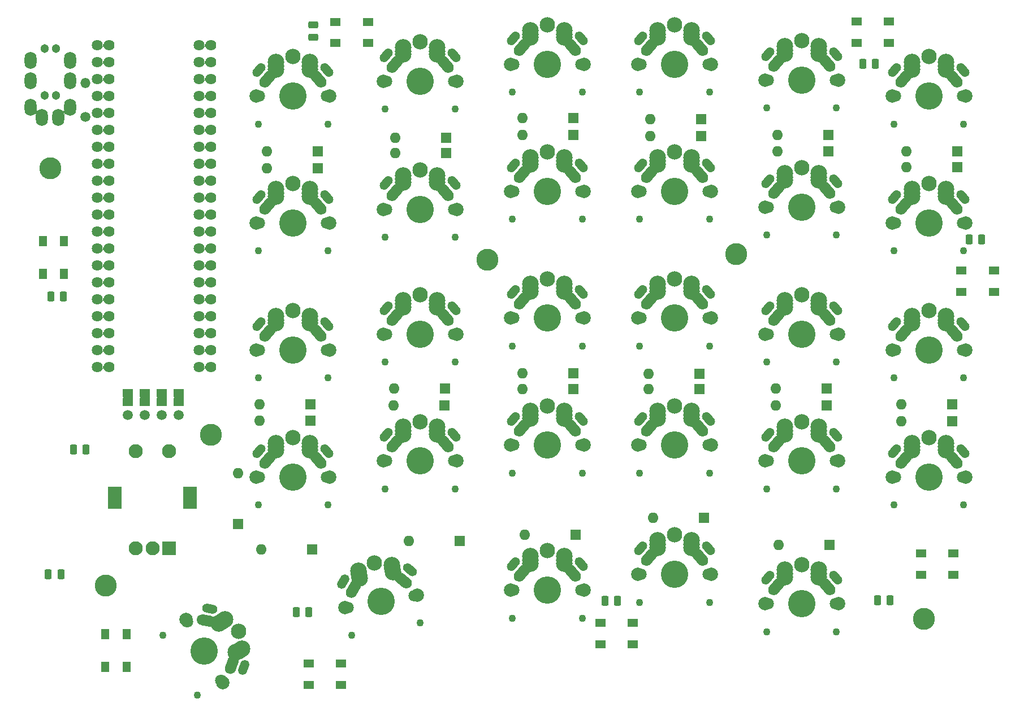
<source format=gbr>
G04 #@! TF.GenerationSoftware,KiCad,Pcbnew,5.99.0-unknown-4920692bcd~125~ubuntu20.04.1*
G04 #@! TF.CreationDate,2021-04-21T16:02:25+01:00*
G04 #@! TF.ProjectId,grandiceps-rev2,6772616e-6469-4636-9570-732d72657632,rev?*
G04 #@! TF.SameCoordinates,Original*
G04 #@! TF.FileFunction,Soldermask,Bot*
G04 #@! TF.FilePolarity,Negative*
%FSLAX46Y46*%
G04 Gerber Fmt 4.6, Leading zero omitted, Abs format (unit mm)*
G04 Created by KiCad (PCBNEW 5.99.0-unknown-4920692bcd~125~ubuntu20.04.1) date 2021-04-21 16:02:25*
%MOMM*%
%LPD*%
G01*
G04 APERTURE LIST*
G04 Aperture macros list*
%AMRoundRect*
0 Rectangle with rounded corners*
0 $1 Rounding radius*
0 $2 $3 $4 $5 $6 $7 $8 $9 X,Y pos of 4 corners*
0 Add a 4 corners polygon primitive as box body*
4,1,4,$2,$3,$4,$5,$6,$7,$8,$9,$2,$3,0*
0 Add four circle primitives for the rounded corners*
1,1,$1+$1,$2,$3*
1,1,$1+$1,$4,$5*
1,1,$1+$1,$6,$7*
1,1,$1+$1,$8,$9*
0 Add four rect primitives between the rounded corners*
20,1,$1+$1,$2,$3,$4,$5,0*
20,1,$1+$1,$4,$5,$6,$7,0*
20,1,$1+$1,$6,$7,$8,$9,0*
20,1,$1+$1,$8,$9,$2,$3,0*%
%AMHorizOval*
0 Thick line with rounded ends*
0 $1 width*
0 $2 $3 position (X,Y) of the first rounded end (center of the circle)*
0 $4 $5 position (X,Y) of the second rounded end (center of the circle)*
0 Add line between two ends*
20,1,$1,$2,$3,$4,$5,0*
0 Add two circle primitives to create the rounded ends*
1,1,$1,$2,$3*
1,1,$1,$4,$5*%
G04 Aperture macros list end*
%ADD10C,1.626000*%
%ADD11C,1.502000*%
%ADD12O,1.502000X1.502000*%
%ADD13C,1.499000*%
%ADD14RoundRect,0.269250X0.269250X0.481750X-0.269250X0.481750X-0.269250X-0.481750X0.269250X-0.481750X0*%
%ADD15RoundRect,0.269250X0.481750X-0.269250X0.481750X0.269250X-0.481750X0.269250X-0.481750X-0.269250X0*%
%ADD16RoundRect,0.051000X0.750000X0.750000X-0.750000X0.750000X-0.750000X-0.750000X0.750000X-0.750000X0*%
%ADD17O,1.602000X1.602000*%
%ADD18RoundRect,0.051000X0.750000X-0.750000X0.750000X0.750000X-0.750000X0.750000X-0.750000X-0.750000X0*%
%ADD19RoundRect,0.051000X0.500000X-0.750000X0.500000X0.750000X-0.500000X0.750000X-0.500000X-0.750000X0*%
%ADD20RoundRect,0.051000X0.750000X0.500000X-0.750000X0.500000X-0.750000X-0.500000X0.750000X-0.500000X0*%
%ADD21RoundRect,0.051000X-0.750000X-0.500000X0.750000X-0.500000X0.750000X0.500000X-0.750000X0.500000X0*%
%ADD22C,3.302000*%
%ADD23C,1.102000*%
%ADD24C,2.002000*%
%ADD25C,1.802000*%
%ADD26C,4.102000*%
%ADD27HorizOval,1.352000X-0.305324X-0.363871X0.305324X0.363871X0*%
%ADD28HorizOval,1.652000X-0.401742X0.478778X0.401742X-0.478778X0*%
%ADD29HorizOval,1.352000X-0.305324X0.363871X0.305324X-0.363871X0*%
%ADD30C,2.502000*%
%ADD31HorizOval,1.652000X-0.401742X-0.478778X0.401742X0.478778X0*%
%ADD32C,2.302000*%
%ADD33RoundRect,0.051000X1.000000X-1.000000X1.000000X1.000000X-1.000000X1.000000X-1.000000X-1.000000X0*%
%ADD34C,2.102000*%
%ADD35RoundRect,0.051000X1.000000X-1.600000X1.000000X1.600000X-1.000000X1.600000X-1.000000X-1.600000X0*%
%ADD36HorizOval,1.652000X0.213763X0.587308X-0.213763X-0.587308X0*%
%ADD37HorizOval,1.352000X0.162460X0.446354X-0.162460X-0.446354X0*%
%ADD38HorizOval,1.352000X-0.467784X0.082483X0.467784X-0.082483X0*%
%ADD39HorizOval,1.652000X-0.615505X0.108530X0.615505X-0.108530X0*%
%ADD40HorizOval,1.352000X-0.363871X0.305324X0.363871X-0.305324X0*%
%ADD41HorizOval,1.352000X-0.237500X-0.411362X0.237500X0.411362X0*%
%ADD42HorizOval,1.652000X-0.478778X0.401742X0.478778X-0.401742X0*%
%ADD43HorizOval,1.652000X-0.312500X-0.541266X0.312500X0.541266X0*%
%ADD44C,1.302000*%
%ADD45O,1.802000X2.602000*%
%ADD46RoundRect,0.051000X-0.750000X0.500000X-0.750000X-0.500000X0.750000X-0.500000X0.750000X0.500000X0*%
G04 APERTURE END LIST*
D10*
X100813000Y-47167800D03*
X117831000Y-47167800D03*
X117831000Y-49707800D03*
X100813000Y-49707800D03*
X100813000Y-52247800D03*
X117831000Y-52247800D03*
X100813000Y-54787800D03*
X117831000Y-54787800D03*
X117831000Y-57327800D03*
X100813000Y-57327800D03*
X117831000Y-59867800D03*
X100813000Y-59867800D03*
X117831000Y-62407800D03*
X100813000Y-62407800D03*
X117831000Y-64947800D03*
X100813000Y-64947800D03*
X117831000Y-67487800D03*
X100813000Y-67487800D03*
X117831000Y-70027800D03*
X100813000Y-70027800D03*
X100813000Y-72567800D03*
X117831000Y-72567800D03*
X100813000Y-75107800D03*
X117831000Y-75107800D03*
X117831000Y-77647800D03*
X100813000Y-77647800D03*
X100813000Y-80187800D03*
X117831000Y-80187800D03*
X100813000Y-82727800D03*
X117831000Y-82727800D03*
X117831000Y-85267800D03*
X100813000Y-85267800D03*
X117831000Y-87807800D03*
X100813000Y-87807800D03*
X117831000Y-90347800D03*
X100813000Y-90347800D03*
X100813000Y-92887800D03*
X117831000Y-92887800D03*
X100813000Y-95427800D03*
X117831000Y-95427800D03*
X116053000Y-95427800D03*
X102591000Y-95427800D03*
X116053000Y-92887800D03*
X102591000Y-92887800D03*
X102591000Y-90347800D03*
X116053000Y-90347800D03*
X116053000Y-87807800D03*
X102591000Y-87807800D03*
X116053000Y-85267800D03*
X102591000Y-85267800D03*
X102591000Y-82727800D03*
X116053000Y-82727800D03*
X102591000Y-80187800D03*
X116053000Y-80187800D03*
X102591000Y-77647800D03*
X116053000Y-77647800D03*
X116053000Y-75107800D03*
X102591000Y-75107800D03*
X102591000Y-72567800D03*
X116053000Y-72567800D03*
X116053000Y-70027800D03*
X102591000Y-70027800D03*
X102591000Y-67487800D03*
X116053000Y-67487800D03*
X116053000Y-64947800D03*
X102591000Y-64947800D03*
X102591000Y-62407800D03*
X116053000Y-62407800D03*
X102591000Y-59867800D03*
X116053000Y-59867800D03*
X116053000Y-57327800D03*
X102591000Y-57327800D03*
X102591000Y-54787800D03*
X116053000Y-54787800D03*
X102591000Y-52247800D03*
X116053000Y-52247800D03*
X116053000Y-49707800D03*
X102591000Y-49707800D03*
X116053000Y-47167800D03*
X102591000Y-47167800D03*
D11*
X99060000Y-57861200D03*
D12*
X99060000Y-52781200D03*
D13*
X105335000Y-102616000D03*
X107875000Y-102616000D03*
X110415000Y-102616000D03*
X112955000Y-102616000D03*
D14*
X132486500Y-132131000D03*
X130611500Y-132131000D03*
X99081100Y-107747000D03*
X97206100Y-107747000D03*
X178712500Y-130455000D03*
X176837500Y-130455000D03*
D15*
X133121400Y-45948600D03*
X133121400Y-44073600D03*
D14*
X95758000Y-84836000D03*
X93883000Y-84836000D03*
X219476500Y-130353000D03*
X217601500Y-130353000D03*
D16*
X229591000Y-63042800D03*
D17*
X221971000Y-63042800D03*
D16*
X210287000Y-60629800D03*
D17*
X202667000Y-60629800D03*
D16*
X191237000Y-58216800D03*
D17*
X183617000Y-58216800D03*
D16*
X172060000Y-58089800D03*
D17*
X164440000Y-58089800D03*
D16*
X153010000Y-61010800D03*
D17*
X145390000Y-61010800D03*
D16*
X155042000Y-121463000D03*
D17*
X147422000Y-121463000D03*
D16*
X132944000Y-122733000D03*
D17*
X125324000Y-122733000D03*
D18*
X121895000Y-118923000D03*
D17*
X121895000Y-111303000D03*
D19*
X95834000Y-81444000D03*
X92634000Y-81444000D03*
X92634000Y-76544000D03*
X95834000Y-76544000D03*
D16*
X229591000Y-65455800D03*
D17*
X221971000Y-65455800D03*
D19*
X105219300Y-140375900D03*
X102019300Y-140375900D03*
X102019300Y-135475900D03*
X105219300Y-135475900D03*
D16*
X210287000Y-63042800D03*
D17*
X202667000Y-63042800D03*
D16*
X191237000Y-60756800D03*
D17*
X183617000Y-60756800D03*
D16*
X172060000Y-60629800D03*
D17*
X164440000Y-60629800D03*
D16*
X153010000Y-63296800D03*
D17*
X145390000Y-63296800D03*
D16*
X133833000Y-65582800D03*
D17*
X126213000Y-65582800D03*
D16*
X228829000Y-101016000D03*
D17*
X221209000Y-101016000D03*
D16*
X210033000Y-98602800D03*
D17*
X202413000Y-98602800D03*
D16*
X190983000Y-96443800D03*
D17*
X183363000Y-96443800D03*
D16*
X172060000Y-96316800D03*
D17*
X164440000Y-96316800D03*
D16*
X152883000Y-98602800D03*
D17*
X145263000Y-98602800D03*
D16*
X132690000Y-101016000D03*
D17*
X125070000Y-101016000D03*
D20*
X137325100Y-139885100D03*
X137325100Y-143085100D03*
X132425100Y-143085100D03*
X132425100Y-139885100D03*
X181013300Y-133789600D03*
X181013300Y-136989600D03*
X176113300Y-136989600D03*
X176113300Y-133789600D03*
D16*
X228829000Y-103556000D03*
D17*
X221209000Y-103556000D03*
D16*
X210033000Y-101143000D03*
D17*
X202413000Y-101143000D03*
D16*
X190983000Y-98729800D03*
D17*
X183363000Y-98729800D03*
D16*
X172060000Y-98729800D03*
D17*
X164440000Y-98729800D03*
D16*
X152756000Y-101143000D03*
D17*
X145136000Y-101143000D03*
D16*
X132690000Y-103429000D03*
D17*
X125070000Y-103429000D03*
D16*
X210414000Y-122098000D03*
D17*
X202794000Y-122098000D03*
D16*
X191618000Y-118034000D03*
D17*
X183998000Y-118034000D03*
D16*
X172441000Y-120574000D03*
D17*
X164821000Y-120574000D03*
D20*
X219365600Y-43612900D03*
X219365600Y-46812900D03*
X214465600Y-46812900D03*
X214465600Y-43612900D03*
D21*
X136463800Y-46831000D03*
X136463800Y-43631000D03*
X141363800Y-43631000D03*
X141363800Y-46831000D03*
D22*
X196444000Y-78486000D03*
X117831000Y-105537000D03*
X102083000Y-128194000D03*
X224561000Y-133198000D03*
X159258000Y-79349600D03*
X93776600Y-65608200D03*
D14*
X95347000Y-126492000D03*
X93472000Y-126492000D03*
D20*
X235104200Y-80951400D03*
X235104200Y-84151400D03*
X230204200Y-84151400D03*
X230204200Y-80951400D03*
D23*
X230533000Y-77997800D03*
D24*
X219813000Y-73797800D03*
X230813000Y-73797800D03*
D25*
X230393000Y-73797800D03*
D23*
X220093000Y-77997800D03*
D25*
X220233000Y-73797800D03*
D26*
X225313000Y-73797800D03*
D27*
X220213000Y-69897800D03*
D28*
X229123000Y-71257800D03*
D29*
X230413000Y-69897800D03*
D30*
X227853000Y-69797800D03*
X227853000Y-68717800D03*
X227853000Y-69297800D03*
D31*
X221503000Y-71257800D03*
D30*
X222773000Y-69297800D03*
X222773000Y-69797800D03*
D32*
X225313000Y-67897800D03*
D30*
X222773000Y-68717800D03*
D25*
X211353000Y-52377800D03*
D23*
X211493000Y-56577800D03*
D24*
X200773000Y-52377800D03*
D25*
X201193000Y-52377800D03*
D24*
X211773000Y-52377800D03*
D26*
X206273000Y-52377800D03*
D23*
X201053000Y-56577800D03*
D29*
X211373000Y-48477800D03*
D30*
X208813000Y-48377800D03*
D28*
X210083000Y-49837800D03*
D30*
X208813000Y-47877800D03*
D27*
X201173000Y-48477800D03*
D30*
X208813000Y-47297800D03*
X203733000Y-47877800D03*
X203733000Y-48377800D03*
D32*
X206273000Y-46477800D03*
D31*
X202463000Y-49837800D03*
D30*
X203733000Y-47297800D03*
D24*
X143653000Y-109498000D03*
X154653000Y-109498000D03*
D23*
X154373000Y-113698000D03*
D25*
X154233000Y-109498000D03*
D23*
X143933000Y-113698000D03*
D26*
X149153000Y-109498000D03*
D25*
X144073000Y-109498000D03*
D27*
X144053000Y-105598000D03*
D28*
X152963000Y-106958000D03*
D29*
X154253000Y-105598000D03*
D30*
X151693000Y-104998000D03*
X151693000Y-104418000D03*
X151693000Y-105498000D03*
D31*
X145343000Y-106958000D03*
D30*
X146613000Y-105498000D03*
X146613000Y-104418000D03*
X146613000Y-104998000D03*
D32*
X149153000Y-103598000D03*
D24*
X135613000Y-111878000D03*
D25*
X125033000Y-111878000D03*
D23*
X135333000Y-116078000D03*
D25*
X135193000Y-111878000D03*
D24*
X124613000Y-111878000D03*
D26*
X130113000Y-111878000D03*
D23*
X124893000Y-116078000D03*
D28*
X133923000Y-109338000D03*
D30*
X132653000Y-107378000D03*
D29*
X135213000Y-107978000D03*
D30*
X132653000Y-106798000D03*
X132653000Y-107878000D03*
D27*
X125013000Y-107978000D03*
D30*
X127573000Y-107878000D03*
D32*
X130113000Y-105978000D03*
D30*
X127573000Y-107378000D03*
D31*
X126303000Y-109338000D03*
D30*
X127573000Y-106798000D03*
D23*
X162973000Y-111318000D03*
D24*
X162693000Y-107118000D03*
D26*
X168193000Y-107118000D03*
D23*
X173413000Y-111318000D03*
D24*
X173693000Y-107118000D03*
D25*
X163113000Y-107118000D03*
X173273000Y-107118000D03*
D29*
X173293000Y-103218000D03*
D27*
X163093000Y-103218000D03*
D30*
X170733000Y-102618000D03*
D28*
X172003000Y-104578000D03*
D30*
X170733000Y-103118000D03*
X170733000Y-102038000D03*
X165653000Y-103118000D03*
D31*
X164383000Y-104578000D03*
D30*
X165653000Y-102038000D03*
D32*
X168193000Y-101218000D03*
D30*
X165653000Y-102618000D03*
D25*
X125033000Y-54757800D03*
D23*
X124893000Y-58957800D03*
D24*
X124613000Y-54757800D03*
X135613000Y-54757800D03*
D23*
X135333000Y-58957800D03*
D26*
X130113000Y-54757800D03*
D25*
X135193000Y-54757800D03*
D29*
X135213000Y-50857800D03*
D30*
X132653000Y-50257800D03*
X132653000Y-49677800D03*
X132653000Y-50757800D03*
D27*
X125013000Y-50857800D03*
D28*
X133923000Y-52217800D03*
D30*
X127573000Y-50257800D03*
X127573000Y-49677800D03*
X127573000Y-50757800D03*
D31*
X126303000Y-52217800D03*
D32*
X130113000Y-48857800D03*
D23*
X201053000Y-135118000D03*
D24*
X211773000Y-130918000D03*
D26*
X206273000Y-130918000D03*
D24*
X200773000Y-130918000D03*
D25*
X201193000Y-130918000D03*
D23*
X211493000Y-135118000D03*
D25*
X211353000Y-130918000D03*
D30*
X208813000Y-126418000D03*
X208813000Y-125838000D03*
D29*
X211373000Y-127018000D03*
D27*
X201173000Y-127018000D03*
D28*
X210083000Y-128378000D03*
D30*
X208813000Y-126918000D03*
X203733000Y-125838000D03*
X203733000Y-126418000D03*
D31*
X202463000Y-128378000D03*
D30*
X203733000Y-126918000D03*
D32*
X206273000Y-125018000D03*
D33*
X111557000Y-122555000D03*
D34*
X106557000Y-122555000D03*
X109057000Y-122555000D03*
D35*
X103457000Y-115055000D03*
X114657000Y-115055000D03*
D34*
X106557000Y-108055000D03*
X111557000Y-108055000D03*
D25*
X144073000Y-52537800D03*
D26*
X149153000Y-52537800D03*
D23*
X143933000Y-56737800D03*
D24*
X143653000Y-52537800D03*
X154653000Y-52537800D03*
D23*
X154373000Y-56737800D03*
D25*
X154233000Y-52537800D03*
D30*
X151693000Y-48537800D03*
D29*
X154253000Y-48637800D03*
D30*
X151693000Y-47457800D03*
D28*
X152963000Y-49997800D03*
D30*
X151693000Y-48037800D03*
D27*
X144053000Y-48637800D03*
D30*
X146613000Y-48537800D03*
D31*
X145343000Y-49997800D03*
D30*
X146613000Y-47457800D03*
X146613000Y-48037800D03*
D32*
X149153000Y-46637800D03*
D23*
X182013000Y-111318000D03*
D25*
X192313000Y-107118000D03*
D23*
X192453000Y-111318000D03*
D24*
X192733000Y-107118000D03*
D26*
X187233000Y-107118000D03*
D25*
X182153000Y-107118000D03*
D24*
X181733000Y-107118000D03*
D30*
X189773000Y-103118000D03*
D28*
X191043000Y-104578000D03*
D30*
X189773000Y-102038000D03*
X189773000Y-102618000D03*
D29*
X192333000Y-103218000D03*
D27*
X182133000Y-103218000D03*
D30*
X184693000Y-103118000D03*
D31*
X183423000Y-104578000D03*
D32*
X187233000Y-101218000D03*
D30*
X184693000Y-102618000D03*
X184693000Y-102038000D03*
D23*
X135333000Y-77997800D03*
D24*
X124613000Y-73797800D03*
D23*
X124893000Y-77997800D03*
D25*
X135193000Y-73797800D03*
D26*
X130113000Y-73797800D03*
D24*
X135613000Y-73797800D03*
D25*
X125033000Y-73797800D03*
D30*
X132653000Y-69797800D03*
D28*
X133923000Y-71257800D03*
D27*
X125013000Y-69897800D03*
D30*
X132653000Y-68717800D03*
D29*
X135213000Y-69897800D03*
D30*
X132653000Y-69297800D03*
X127573000Y-69797800D03*
D31*
X126303000Y-71257800D03*
D30*
X127573000Y-69297800D03*
X127573000Y-68717800D03*
D32*
X130113000Y-67897800D03*
D23*
X162973000Y-133058000D03*
D25*
X173273000Y-128858000D03*
D24*
X162693000Y-128858000D03*
D25*
X163113000Y-128858000D03*
D24*
X173693000Y-128858000D03*
D23*
X173413000Y-133058000D03*
D26*
X168193000Y-128858000D03*
D28*
X172003000Y-126318000D03*
D30*
X170733000Y-124358000D03*
D29*
X173293000Y-124958000D03*
D30*
X170733000Y-123778000D03*
X170733000Y-124858000D03*
D27*
X163093000Y-124958000D03*
D31*
X164383000Y-126318000D03*
D32*
X168193000Y-122958000D03*
D30*
X165653000Y-123778000D03*
X165653000Y-124358000D03*
X165653000Y-124858000D03*
D24*
X114090000Y-133234860D03*
D23*
X110592693Y-135577347D03*
D25*
X114300000Y-133598591D03*
X119380000Y-142397409D03*
D24*
X119590000Y-142761140D03*
D23*
X115812693Y-144618653D03*
D26*
X116840000Y-137998000D03*
D36*
X120944705Y-140027557D03*
D30*
X122509409Y-137657705D03*
X121574102Y-138197705D03*
D37*
X122767499Y-140464730D03*
D38*
X117667499Y-131631270D03*
D30*
X122007114Y-137947705D03*
X119467114Y-133548295D03*
X119034102Y-133798295D03*
D32*
X121949550Y-135048000D03*
D39*
X117134705Y-133428443D03*
D30*
X119969409Y-133258295D03*
D23*
X138895626Y-135598636D03*
D26*
X143307000Y-130556000D03*
D23*
X149177019Y-133785749D03*
D24*
X137890557Y-131511065D03*
D25*
X148309823Y-129673867D03*
D24*
X148723443Y-129600935D03*
D25*
X138304177Y-131438133D03*
D40*
X147652292Y-125829644D03*
D30*
X144926279Y-125112110D03*
D41*
X137607253Y-127600855D03*
D42*
X146618051Y-127392989D03*
D30*
X145113819Y-126175703D03*
X145026995Y-125683299D03*
X140024172Y-126565431D03*
X139923456Y-125994243D03*
D43*
X139113816Y-128716188D03*
D32*
X142282476Y-124745634D03*
D30*
X140110996Y-127057835D03*
D25*
X230393000Y-92837800D03*
D23*
X220093000Y-97037800D03*
X230533000Y-97037800D03*
D24*
X230813000Y-92837800D03*
D26*
X225313000Y-92837800D03*
D25*
X220233000Y-92837800D03*
D24*
X219813000Y-92837800D03*
D30*
X227853000Y-88837800D03*
X227853000Y-88337800D03*
D27*
X220213000Y-88937800D03*
D30*
X227853000Y-87757800D03*
D29*
X230413000Y-88937800D03*
D28*
X229123000Y-90297800D03*
D31*
X221503000Y-90297800D03*
D32*
X225313000Y-86937800D03*
D30*
X222773000Y-88837800D03*
X222773000Y-88337800D03*
X222773000Y-87757800D03*
D23*
X143933000Y-94657800D03*
D25*
X144073000Y-90457800D03*
D24*
X154653000Y-90457800D03*
X143653000Y-90457800D03*
D26*
X149153000Y-90457800D03*
D23*
X154373000Y-94657800D03*
D25*
X154233000Y-90457800D03*
D27*
X144053000Y-86557800D03*
D30*
X151693000Y-85377800D03*
D28*
X152963000Y-87917800D03*
D29*
X154253000Y-86557800D03*
D30*
X151693000Y-86457800D03*
X151693000Y-85957800D03*
D32*
X149153000Y-84557800D03*
D30*
X146613000Y-85377800D03*
X146613000Y-86457800D03*
X146613000Y-85957800D03*
D31*
X145343000Y-87917800D03*
D26*
X168193000Y-69037800D03*
D25*
X163113000Y-69037800D03*
D23*
X173413000Y-73237800D03*
D24*
X162693000Y-69037800D03*
D23*
X162973000Y-73237800D03*
D25*
X173273000Y-69037800D03*
D24*
X173693000Y-69037800D03*
D30*
X170733000Y-63957800D03*
D27*
X163093000Y-65137800D03*
D30*
X170733000Y-65037800D03*
D28*
X172003000Y-66497800D03*
D29*
X173293000Y-65137800D03*
D30*
X170733000Y-64537800D03*
D31*
X164383000Y-66497800D03*
D30*
X165653000Y-65037800D03*
D32*
X168193000Y-63137800D03*
D30*
X165653000Y-63957800D03*
X165653000Y-64537800D03*
D24*
X211773000Y-109498000D03*
D25*
X211353000Y-109498000D03*
D24*
X200773000Y-109498000D03*
D26*
X206273000Y-109498000D03*
D23*
X201053000Y-113698000D03*
X211493000Y-113698000D03*
D25*
X201193000Y-109498000D03*
D28*
X210083000Y-106958000D03*
D29*
X211373000Y-105598000D03*
D30*
X208813000Y-105498000D03*
X208813000Y-104998000D03*
X208813000Y-104418000D03*
D27*
X201173000Y-105598000D03*
D30*
X203733000Y-104998000D03*
X203733000Y-104418000D03*
D31*
X202463000Y-106958000D03*
D32*
X206273000Y-103598000D03*
D30*
X203733000Y-105498000D03*
D25*
X173273000Y-88077800D03*
D24*
X173693000Y-88077800D03*
D26*
X168193000Y-88077800D03*
D25*
X163113000Y-88077800D03*
D23*
X162973000Y-92277800D03*
D24*
X162693000Y-88077800D03*
D23*
X173413000Y-92277800D03*
D30*
X170733000Y-82997800D03*
X170733000Y-84077800D03*
X170733000Y-83577800D03*
D29*
X173293000Y-84177800D03*
D27*
X163093000Y-84177800D03*
D28*
X172003000Y-85537800D03*
D30*
X165653000Y-83577800D03*
D32*
X168193000Y-82177800D03*
D30*
X165653000Y-82997800D03*
X165653000Y-84077800D03*
D31*
X164383000Y-85537800D03*
D25*
X154233000Y-71737800D03*
X144073000Y-71737800D03*
D24*
X143653000Y-71737800D03*
D23*
X143933000Y-75937800D03*
D24*
X154653000Y-71737800D03*
D26*
X149153000Y-71737800D03*
D23*
X154373000Y-75937800D03*
D28*
X152963000Y-69197800D03*
D27*
X144053000Y-67837800D03*
D30*
X151693000Y-66657800D03*
D29*
X154253000Y-67837800D03*
D30*
X151693000Y-67737800D03*
X151693000Y-67237800D03*
X146613000Y-66657800D03*
X146613000Y-67737800D03*
D31*
X145343000Y-69197800D03*
D30*
X146613000Y-67237800D03*
D32*
X149153000Y-65837800D03*
D24*
X192733000Y-69037800D03*
D25*
X182153000Y-69037800D03*
D23*
X182013000Y-73237800D03*
D25*
X192313000Y-69037800D03*
D26*
X187233000Y-69037800D03*
D23*
X192453000Y-73237800D03*
D24*
X181733000Y-69037800D03*
D30*
X189773000Y-63957800D03*
D28*
X191043000Y-66497800D03*
D29*
X192333000Y-65137800D03*
D30*
X189773000Y-64537800D03*
D27*
X182133000Y-65137800D03*
D30*
X189773000Y-65037800D03*
D31*
X183423000Y-66497800D03*
D32*
X187233000Y-63137800D03*
D30*
X184693000Y-65037800D03*
X184693000Y-63957800D03*
X184693000Y-64537800D03*
D23*
X182013000Y-54197800D03*
D25*
X182153000Y-49997800D03*
D24*
X192733000Y-49997800D03*
X181733000Y-49997800D03*
D25*
X192313000Y-49997800D03*
D26*
X187233000Y-49997800D03*
D23*
X192453000Y-54197800D03*
D29*
X192333000Y-46097800D03*
D30*
X189773000Y-45997800D03*
X189773000Y-45497800D03*
X189773000Y-44917800D03*
D28*
X191043000Y-47457800D03*
D27*
X182133000Y-46097800D03*
D30*
X184693000Y-45997800D03*
X184693000Y-45497800D03*
D31*
X183423000Y-47457800D03*
D32*
X187233000Y-44097800D03*
D30*
X184693000Y-44917800D03*
D23*
X135333000Y-97037800D03*
D24*
X135613000Y-92837800D03*
X124613000Y-92837800D03*
D25*
X125033000Y-92837800D03*
D23*
X124893000Y-97037800D03*
D26*
X130113000Y-92837800D03*
D25*
X135193000Y-92837800D03*
D27*
X125013000Y-88937800D03*
D29*
X135213000Y-88937800D03*
D30*
X132653000Y-88837800D03*
D28*
X133923000Y-90297800D03*
D30*
X132653000Y-88337800D03*
X132653000Y-87757800D03*
X127573000Y-87757800D03*
D31*
X126303000Y-90297800D03*
D30*
X127573000Y-88837800D03*
X127573000Y-88337800D03*
D32*
X130113000Y-86937800D03*
D23*
X230533000Y-58957800D03*
D25*
X220233000Y-54757800D03*
D24*
X219813000Y-54757800D03*
D26*
X225313000Y-54757800D03*
D25*
X230393000Y-54757800D03*
D24*
X230813000Y-54757800D03*
D23*
X220093000Y-58957800D03*
D30*
X227853000Y-49677800D03*
X227853000Y-50257800D03*
X227853000Y-50757800D03*
D29*
X230413000Y-50857800D03*
D27*
X220213000Y-50857800D03*
D28*
X229123000Y-52217800D03*
D32*
X225313000Y-48857800D03*
D30*
X222773000Y-49677800D03*
D31*
X221503000Y-52217800D03*
D30*
X222773000Y-50757800D03*
X222773000Y-50257800D03*
D25*
X173273000Y-49997800D03*
D23*
X173413000Y-54197800D03*
D24*
X162693000Y-49997800D03*
D26*
X168193000Y-49997800D03*
D24*
X173693000Y-49997800D03*
D23*
X162973000Y-54197800D03*
D25*
X163113000Y-49997800D03*
D30*
X170733000Y-44917800D03*
D29*
X173293000Y-46097800D03*
D30*
X170733000Y-45497800D03*
D27*
X163093000Y-46097800D03*
D28*
X172003000Y-47457800D03*
D30*
X170733000Y-45997800D03*
X165653000Y-44917800D03*
X165653000Y-45497800D03*
D31*
X164383000Y-47457800D03*
D32*
X168193000Y-44097800D03*
D30*
X165653000Y-45997800D03*
D25*
X201193000Y-90457800D03*
D23*
X211493000Y-94657800D03*
X201053000Y-94657800D03*
D24*
X211773000Y-90457800D03*
X200773000Y-90457800D03*
D25*
X211353000Y-90457800D03*
D26*
X206273000Y-90457800D03*
D29*
X211373000Y-86557800D03*
D27*
X201173000Y-86557800D03*
D30*
X208813000Y-86457800D03*
X208813000Y-85377800D03*
X208813000Y-85957800D03*
D28*
X210083000Y-87917800D03*
D30*
X203733000Y-85957800D03*
D32*
X206273000Y-84557800D03*
D31*
X202463000Y-87917800D03*
D30*
X203733000Y-86457800D03*
X203733000Y-85377800D03*
D26*
X187233000Y-88077800D03*
D24*
X181733000Y-88077800D03*
X192733000Y-88077800D03*
D25*
X182153000Y-88077800D03*
D23*
X182013000Y-92277800D03*
D25*
X192313000Y-88077800D03*
D23*
X192453000Y-92277800D03*
D30*
X189773000Y-84077800D03*
X189773000Y-83577800D03*
X189773000Y-82997800D03*
D27*
X182133000Y-84177800D03*
D28*
X191043000Y-85537800D03*
D29*
X192333000Y-84177800D03*
D30*
X184693000Y-84077800D03*
X184693000Y-82997800D03*
D31*
X183423000Y-85537800D03*
D30*
X184693000Y-83577800D03*
D32*
X187233000Y-82177800D03*
D23*
X192453000Y-130678000D03*
X182013000Y-130678000D03*
D25*
X182153000Y-126478000D03*
X192313000Y-126478000D03*
D24*
X192733000Y-126478000D03*
D26*
X187233000Y-126478000D03*
D24*
X181733000Y-126478000D03*
D28*
X191043000Y-123938000D03*
D30*
X189773000Y-121978000D03*
X189773000Y-122478000D03*
X189773000Y-121398000D03*
D29*
X192333000Y-122578000D03*
D27*
X182133000Y-122578000D03*
D30*
X184693000Y-121398000D03*
X184693000Y-122478000D03*
X184693000Y-121978000D03*
D31*
X183423000Y-123938000D03*
D32*
X187233000Y-120578000D03*
D24*
X211773000Y-71417800D03*
D25*
X201193000Y-71417800D03*
D24*
X200773000Y-71417800D03*
D23*
X211493000Y-75617800D03*
X201053000Y-75617800D03*
D26*
X206273000Y-71417800D03*
D25*
X211353000Y-71417800D03*
D30*
X208813000Y-66337800D03*
D28*
X210083000Y-68877800D03*
D30*
X208813000Y-67417800D03*
D27*
X201173000Y-67517800D03*
D29*
X211373000Y-67517800D03*
D30*
X208813000Y-66917800D03*
D31*
X202463000Y-68877800D03*
D30*
X203733000Y-67417800D03*
D32*
X206273000Y-65517800D03*
D30*
X203733000Y-66337800D03*
X203733000Y-66917800D03*
D24*
X230813000Y-111878000D03*
D23*
X230533000Y-116078000D03*
D25*
X220233000Y-111878000D03*
D24*
X219813000Y-111878000D03*
D25*
X230393000Y-111878000D03*
D26*
X225313000Y-111878000D03*
D23*
X220093000Y-116078000D03*
D30*
X227853000Y-106798000D03*
X227853000Y-107378000D03*
D27*
X220213000Y-107978000D03*
D30*
X227853000Y-107878000D03*
D29*
X230413000Y-107978000D03*
D28*
X229123000Y-109338000D03*
D30*
X222773000Y-107378000D03*
X222773000Y-106798000D03*
X222773000Y-107878000D03*
D31*
X221503000Y-109338000D03*
D32*
X225313000Y-105978000D03*
D16*
X133833000Y-63042800D03*
D17*
X126213000Y-63042800D03*
D20*
X229018000Y-123368000D03*
X229018000Y-126568000D03*
X224118000Y-126568000D03*
X224118000Y-123368000D03*
D14*
X217317500Y-49936400D03*
X215442500Y-49936400D03*
X233197400Y-76225400D03*
X231322400Y-76225400D03*
D44*
X94637600Y-47651800D03*
X94637600Y-54651800D03*
X92887600Y-54651800D03*
X92887600Y-47651800D03*
D45*
X92537600Y-57951800D03*
X94987600Y-57951800D03*
X96737600Y-49451800D03*
X90787600Y-49451800D03*
X90787600Y-52451800D03*
X96737600Y-52451800D03*
X90787600Y-56451800D03*
X96737600Y-56451800D03*
D46*
X113030000Y-99314000D03*
X113030000Y-100614000D03*
X107950000Y-99314000D03*
X107950000Y-100614000D03*
X105410000Y-99314000D03*
X105410000Y-100614000D03*
X110490000Y-99314000D03*
X110490000Y-100614000D03*
G36*
X106176668Y-99860665D02*
G01*
X106177058Y-99862627D01*
X106176699Y-99863267D01*
X106133511Y-99914946D01*
X106124880Y-99983661D01*
X106154844Y-100046291D01*
X106175682Y-100064348D01*
X106176336Y-100066238D01*
X106175026Y-100067749D01*
X106173982Y-100067821D01*
X106159801Y-100065000D01*
X104660199Y-100065000D01*
X104645226Y-100067978D01*
X104643332Y-100067335D01*
X104642942Y-100065373D01*
X104643301Y-100064733D01*
X104686489Y-100013054D01*
X104695120Y-99944339D01*
X104665156Y-99881709D01*
X104644318Y-99863652D01*
X104643664Y-99861762D01*
X104644974Y-99860251D01*
X104646018Y-99860179D01*
X104660199Y-99863000D01*
X106159801Y-99863000D01*
X106174774Y-99860022D01*
X106176668Y-99860665D01*
G37*
G36*
X108716668Y-99860665D02*
G01*
X108717058Y-99862627D01*
X108716699Y-99863267D01*
X108673511Y-99914946D01*
X108664880Y-99983661D01*
X108694844Y-100046291D01*
X108715682Y-100064348D01*
X108716336Y-100066238D01*
X108715026Y-100067749D01*
X108713982Y-100067821D01*
X108699801Y-100065000D01*
X107200199Y-100065000D01*
X107185226Y-100067978D01*
X107183332Y-100067335D01*
X107182942Y-100065373D01*
X107183301Y-100064733D01*
X107226489Y-100013054D01*
X107235120Y-99944339D01*
X107205156Y-99881709D01*
X107184318Y-99863652D01*
X107183664Y-99861762D01*
X107184974Y-99860251D01*
X107186018Y-99860179D01*
X107200199Y-99863000D01*
X108699801Y-99863000D01*
X108714774Y-99860022D01*
X108716668Y-99860665D01*
G37*
G36*
X111256668Y-99860665D02*
G01*
X111257058Y-99862627D01*
X111256699Y-99863267D01*
X111213511Y-99914946D01*
X111204880Y-99983661D01*
X111234844Y-100046291D01*
X111255682Y-100064348D01*
X111256336Y-100066238D01*
X111255026Y-100067749D01*
X111253982Y-100067821D01*
X111239801Y-100065000D01*
X109740199Y-100065000D01*
X109725226Y-100067978D01*
X109723332Y-100067335D01*
X109722942Y-100065373D01*
X109723301Y-100064733D01*
X109766489Y-100013054D01*
X109775120Y-99944339D01*
X109745156Y-99881709D01*
X109724318Y-99863652D01*
X109723664Y-99861762D01*
X109724974Y-99860251D01*
X109726018Y-99860179D01*
X109740199Y-99863000D01*
X111239801Y-99863000D01*
X111254774Y-99860022D01*
X111256668Y-99860665D01*
G37*
G36*
X113796668Y-99860665D02*
G01*
X113797058Y-99862627D01*
X113796699Y-99863267D01*
X113753511Y-99914946D01*
X113744880Y-99983661D01*
X113774844Y-100046291D01*
X113795682Y-100064348D01*
X113796336Y-100066238D01*
X113795026Y-100067749D01*
X113793982Y-100067821D01*
X113779801Y-100065000D01*
X112280199Y-100065000D01*
X112265226Y-100067978D01*
X112263332Y-100067335D01*
X112262942Y-100065373D01*
X112263301Y-100064733D01*
X112306489Y-100013054D01*
X112315120Y-99944339D01*
X112285156Y-99881709D01*
X112264318Y-99863652D01*
X112263664Y-99861762D01*
X112264974Y-99860251D01*
X112266018Y-99860179D01*
X112280199Y-99863000D01*
X113779801Y-99863000D01*
X113794774Y-99860022D01*
X113796668Y-99860665D01*
G37*
G36*
X101585569Y-95183727D02*
G01*
X101624194Y-95240215D01*
X101687988Y-95267174D01*
X101756234Y-95255364D01*
X101807391Y-95208413D01*
X101815044Y-95191655D01*
X101816673Y-95190495D01*
X101818492Y-95191326D01*
X101818742Y-95193170D01*
X101802752Y-95237101D01*
X101780091Y-95416478D01*
X101797734Y-95596411D01*
X101822508Y-95670886D01*
X101822106Y-95672845D01*
X101820208Y-95673476D01*
X101818959Y-95672646D01*
X101779806Y-95615385D01*
X101716012Y-95588426D01*
X101647766Y-95600236D01*
X101596609Y-95647187D01*
X101593333Y-95654361D01*
X101591704Y-95655521D01*
X101589885Y-95654690D01*
X101589644Y-95652820D01*
X101598508Y-95629485D01*
X101623685Y-95450345D01*
X101623998Y-95427900D01*
X101603833Y-95248126D01*
X101582029Y-95185514D01*
X101582404Y-95183549D01*
X101584293Y-95182891D01*
X101585569Y-95183727D01*
G37*
G36*
X116825569Y-95183727D02*
G01*
X116864194Y-95240215D01*
X116927988Y-95267174D01*
X116996234Y-95255364D01*
X117047391Y-95208413D01*
X117055044Y-95191655D01*
X117056673Y-95190495D01*
X117058492Y-95191326D01*
X117058742Y-95193170D01*
X117042752Y-95237101D01*
X117020091Y-95416478D01*
X117037734Y-95596411D01*
X117062508Y-95670886D01*
X117062106Y-95672845D01*
X117060208Y-95673476D01*
X117058959Y-95672646D01*
X117019806Y-95615385D01*
X116956012Y-95588426D01*
X116887766Y-95600236D01*
X116836609Y-95647187D01*
X116833333Y-95654361D01*
X116831704Y-95655521D01*
X116829885Y-95654690D01*
X116829644Y-95652820D01*
X116838508Y-95629485D01*
X116863685Y-95450345D01*
X116863998Y-95427900D01*
X116843833Y-95248126D01*
X116822029Y-95185514D01*
X116822404Y-95183549D01*
X116824293Y-95182891D01*
X116825569Y-95183727D01*
G37*
G36*
X116825569Y-92643727D02*
G01*
X116864194Y-92700215D01*
X116927988Y-92727174D01*
X116996234Y-92715364D01*
X117047391Y-92668413D01*
X117055044Y-92651655D01*
X117056673Y-92650495D01*
X117058492Y-92651326D01*
X117058742Y-92653170D01*
X117042752Y-92697101D01*
X117020091Y-92876478D01*
X117037734Y-93056411D01*
X117062508Y-93130886D01*
X117062106Y-93132845D01*
X117060208Y-93133476D01*
X117058959Y-93132646D01*
X117019806Y-93075385D01*
X116956012Y-93048426D01*
X116887766Y-93060236D01*
X116836609Y-93107187D01*
X116833333Y-93114361D01*
X116831704Y-93115521D01*
X116829885Y-93114690D01*
X116829644Y-93112820D01*
X116838508Y-93089485D01*
X116863685Y-92910345D01*
X116863998Y-92887900D01*
X116843833Y-92708126D01*
X116822029Y-92645514D01*
X116822404Y-92643549D01*
X116824293Y-92642891D01*
X116825569Y-92643727D01*
G37*
G36*
X101585569Y-92643727D02*
G01*
X101624194Y-92700215D01*
X101687988Y-92727174D01*
X101756234Y-92715364D01*
X101807391Y-92668413D01*
X101815044Y-92651655D01*
X101816673Y-92650495D01*
X101818492Y-92651326D01*
X101818742Y-92653170D01*
X101802752Y-92697101D01*
X101780091Y-92876478D01*
X101797734Y-93056411D01*
X101822508Y-93130886D01*
X101822106Y-93132845D01*
X101820208Y-93133476D01*
X101818959Y-93132646D01*
X101779806Y-93075385D01*
X101716012Y-93048426D01*
X101647766Y-93060236D01*
X101596609Y-93107187D01*
X101593333Y-93114361D01*
X101591704Y-93115521D01*
X101589885Y-93114690D01*
X101589644Y-93112820D01*
X101598508Y-93089485D01*
X101623685Y-92910345D01*
X101623998Y-92887900D01*
X101603833Y-92708126D01*
X101582029Y-92645514D01*
X101582404Y-92643549D01*
X101584293Y-92642891D01*
X101585569Y-92643727D01*
G37*
G36*
X101585569Y-90103727D02*
G01*
X101624194Y-90160215D01*
X101687988Y-90187174D01*
X101756234Y-90175364D01*
X101807391Y-90128413D01*
X101815044Y-90111655D01*
X101816673Y-90110495D01*
X101818492Y-90111326D01*
X101818742Y-90113170D01*
X101802752Y-90157101D01*
X101780091Y-90336478D01*
X101797734Y-90516411D01*
X101822508Y-90590886D01*
X101822106Y-90592845D01*
X101820208Y-90593476D01*
X101818959Y-90592646D01*
X101779806Y-90535385D01*
X101716012Y-90508426D01*
X101647766Y-90520236D01*
X101596609Y-90567187D01*
X101593333Y-90574361D01*
X101591704Y-90575521D01*
X101589885Y-90574690D01*
X101589644Y-90572820D01*
X101598508Y-90549485D01*
X101623685Y-90370345D01*
X101623998Y-90347900D01*
X101603833Y-90168126D01*
X101582029Y-90105514D01*
X101582404Y-90103549D01*
X101584293Y-90102891D01*
X101585569Y-90103727D01*
G37*
G36*
X116825569Y-90103727D02*
G01*
X116864194Y-90160215D01*
X116927988Y-90187174D01*
X116996234Y-90175364D01*
X117047391Y-90128413D01*
X117055044Y-90111655D01*
X117056673Y-90110495D01*
X117058492Y-90111326D01*
X117058742Y-90113170D01*
X117042752Y-90157101D01*
X117020091Y-90336478D01*
X117037734Y-90516411D01*
X117062508Y-90590886D01*
X117062106Y-90592845D01*
X117060208Y-90593476D01*
X117058959Y-90592646D01*
X117019806Y-90535385D01*
X116956012Y-90508426D01*
X116887766Y-90520236D01*
X116836609Y-90567187D01*
X116833333Y-90574361D01*
X116831704Y-90575521D01*
X116829885Y-90574690D01*
X116829644Y-90572820D01*
X116838508Y-90549485D01*
X116863685Y-90370345D01*
X116863998Y-90347900D01*
X116843833Y-90168126D01*
X116822029Y-90105514D01*
X116822404Y-90103549D01*
X116824293Y-90102891D01*
X116825569Y-90103727D01*
G37*
G36*
X101585569Y-87563727D02*
G01*
X101624194Y-87620215D01*
X101687988Y-87647174D01*
X101756234Y-87635364D01*
X101807391Y-87588413D01*
X101815044Y-87571655D01*
X101816673Y-87570495D01*
X101818492Y-87571326D01*
X101818742Y-87573170D01*
X101802752Y-87617101D01*
X101780091Y-87796478D01*
X101797734Y-87976411D01*
X101822508Y-88050886D01*
X101822106Y-88052845D01*
X101820208Y-88053476D01*
X101818959Y-88052646D01*
X101779806Y-87995385D01*
X101716012Y-87968426D01*
X101647766Y-87980236D01*
X101596609Y-88027187D01*
X101593333Y-88034361D01*
X101591704Y-88035521D01*
X101589885Y-88034690D01*
X101589644Y-88032820D01*
X101598508Y-88009485D01*
X101623685Y-87830345D01*
X101623998Y-87807900D01*
X101603833Y-87628126D01*
X101582029Y-87565514D01*
X101582404Y-87563549D01*
X101584293Y-87562891D01*
X101585569Y-87563727D01*
G37*
G36*
X116825569Y-87563727D02*
G01*
X116864194Y-87620215D01*
X116927988Y-87647174D01*
X116996234Y-87635364D01*
X117047391Y-87588413D01*
X117055044Y-87571655D01*
X117056673Y-87570495D01*
X117058492Y-87571326D01*
X117058742Y-87573170D01*
X117042752Y-87617101D01*
X117020091Y-87796478D01*
X117037734Y-87976411D01*
X117062508Y-88050886D01*
X117062106Y-88052845D01*
X117060208Y-88053476D01*
X117058959Y-88052646D01*
X117019806Y-87995385D01*
X116956012Y-87968426D01*
X116887766Y-87980236D01*
X116836609Y-88027187D01*
X116833333Y-88034361D01*
X116831704Y-88035521D01*
X116829885Y-88034690D01*
X116829644Y-88032820D01*
X116838508Y-88009485D01*
X116863685Y-87830345D01*
X116863998Y-87807900D01*
X116843833Y-87628126D01*
X116822029Y-87565514D01*
X116822404Y-87563549D01*
X116824293Y-87562891D01*
X116825569Y-87563727D01*
G37*
G36*
X101585569Y-85023727D02*
G01*
X101624194Y-85080215D01*
X101687988Y-85107174D01*
X101756234Y-85095364D01*
X101807391Y-85048413D01*
X101815044Y-85031655D01*
X101816673Y-85030495D01*
X101818492Y-85031326D01*
X101818742Y-85033170D01*
X101802752Y-85077101D01*
X101780091Y-85256478D01*
X101797734Y-85436411D01*
X101822508Y-85510886D01*
X101822106Y-85512845D01*
X101820208Y-85513476D01*
X101818959Y-85512646D01*
X101779806Y-85455385D01*
X101716012Y-85428426D01*
X101647766Y-85440236D01*
X101596609Y-85487187D01*
X101593333Y-85494361D01*
X101591704Y-85495521D01*
X101589885Y-85494690D01*
X101589644Y-85492820D01*
X101598508Y-85469485D01*
X101623685Y-85290345D01*
X101623998Y-85267900D01*
X101603833Y-85088126D01*
X101582029Y-85025514D01*
X101582404Y-85023549D01*
X101584293Y-85022891D01*
X101585569Y-85023727D01*
G37*
G36*
X116825569Y-85023727D02*
G01*
X116864194Y-85080215D01*
X116927988Y-85107174D01*
X116996234Y-85095364D01*
X117047391Y-85048413D01*
X117055044Y-85031655D01*
X117056673Y-85030495D01*
X117058492Y-85031326D01*
X117058742Y-85033170D01*
X117042752Y-85077101D01*
X117020091Y-85256478D01*
X117037734Y-85436411D01*
X117062508Y-85510886D01*
X117062106Y-85512845D01*
X117060208Y-85513476D01*
X117058959Y-85512646D01*
X117019806Y-85455385D01*
X116956012Y-85428426D01*
X116887766Y-85440236D01*
X116836609Y-85487187D01*
X116833333Y-85494361D01*
X116831704Y-85495521D01*
X116829885Y-85494690D01*
X116829644Y-85492820D01*
X116838508Y-85469485D01*
X116863685Y-85290345D01*
X116863998Y-85267900D01*
X116843833Y-85088126D01*
X116822029Y-85025514D01*
X116822404Y-85023549D01*
X116824293Y-85022891D01*
X116825569Y-85023727D01*
G37*
G36*
X101585569Y-82483727D02*
G01*
X101624194Y-82540215D01*
X101687988Y-82567174D01*
X101756234Y-82555364D01*
X101807391Y-82508413D01*
X101815044Y-82491655D01*
X101816673Y-82490495D01*
X101818492Y-82491326D01*
X101818742Y-82493170D01*
X101802752Y-82537101D01*
X101780091Y-82716478D01*
X101797734Y-82896411D01*
X101822508Y-82970886D01*
X101822106Y-82972845D01*
X101820208Y-82973476D01*
X101818959Y-82972646D01*
X101779806Y-82915385D01*
X101716012Y-82888426D01*
X101647766Y-82900236D01*
X101596609Y-82947187D01*
X101593333Y-82954361D01*
X101591704Y-82955521D01*
X101589885Y-82954690D01*
X101589644Y-82952820D01*
X101598508Y-82929485D01*
X101623685Y-82750345D01*
X101623998Y-82727900D01*
X101603833Y-82548126D01*
X101582029Y-82485514D01*
X101582404Y-82483549D01*
X101584293Y-82482891D01*
X101585569Y-82483727D01*
G37*
G36*
X116825569Y-82483727D02*
G01*
X116864194Y-82540215D01*
X116927988Y-82567174D01*
X116996234Y-82555364D01*
X117047391Y-82508413D01*
X117055044Y-82491655D01*
X117056673Y-82490495D01*
X117058492Y-82491326D01*
X117058742Y-82493170D01*
X117042752Y-82537101D01*
X117020091Y-82716478D01*
X117037734Y-82896411D01*
X117062508Y-82970886D01*
X117062106Y-82972845D01*
X117060208Y-82973476D01*
X117058959Y-82972646D01*
X117019806Y-82915385D01*
X116956012Y-82888426D01*
X116887766Y-82900236D01*
X116836609Y-82947187D01*
X116833333Y-82954361D01*
X116831704Y-82955521D01*
X116829885Y-82954690D01*
X116829644Y-82952820D01*
X116838508Y-82929485D01*
X116863685Y-82750345D01*
X116863998Y-82727900D01*
X116843833Y-82548126D01*
X116822029Y-82485514D01*
X116822404Y-82483549D01*
X116824293Y-82482891D01*
X116825569Y-82483727D01*
G37*
G36*
X101585569Y-79943727D02*
G01*
X101624194Y-80000215D01*
X101687988Y-80027174D01*
X101756234Y-80015364D01*
X101807391Y-79968413D01*
X101815044Y-79951655D01*
X101816673Y-79950495D01*
X101818492Y-79951326D01*
X101818742Y-79953170D01*
X101802752Y-79997101D01*
X101780091Y-80176478D01*
X101797734Y-80356411D01*
X101822508Y-80430886D01*
X101822106Y-80432845D01*
X101820208Y-80433476D01*
X101818959Y-80432646D01*
X101779806Y-80375385D01*
X101716012Y-80348426D01*
X101647766Y-80360236D01*
X101596609Y-80407187D01*
X101593333Y-80414361D01*
X101591704Y-80415521D01*
X101589885Y-80414690D01*
X101589644Y-80412820D01*
X101598508Y-80389485D01*
X101623685Y-80210345D01*
X101623998Y-80187900D01*
X101603833Y-80008126D01*
X101582029Y-79945514D01*
X101582404Y-79943549D01*
X101584293Y-79942891D01*
X101585569Y-79943727D01*
G37*
G36*
X116825569Y-79943727D02*
G01*
X116864194Y-80000215D01*
X116927988Y-80027174D01*
X116996234Y-80015364D01*
X117047391Y-79968413D01*
X117055044Y-79951655D01*
X117056673Y-79950495D01*
X117058492Y-79951326D01*
X117058742Y-79953170D01*
X117042752Y-79997101D01*
X117020091Y-80176478D01*
X117037734Y-80356411D01*
X117062508Y-80430886D01*
X117062106Y-80432845D01*
X117060208Y-80433476D01*
X117058959Y-80432646D01*
X117019806Y-80375385D01*
X116956012Y-80348426D01*
X116887766Y-80360236D01*
X116836609Y-80407187D01*
X116833333Y-80414361D01*
X116831704Y-80415521D01*
X116829885Y-80414690D01*
X116829644Y-80412820D01*
X116838508Y-80389485D01*
X116863685Y-80210345D01*
X116863998Y-80187900D01*
X116843833Y-80008126D01*
X116822029Y-79945514D01*
X116822404Y-79943549D01*
X116824293Y-79942891D01*
X116825569Y-79943727D01*
G37*
G36*
X116825569Y-77403727D02*
G01*
X116864194Y-77460215D01*
X116927988Y-77487174D01*
X116996234Y-77475364D01*
X117047391Y-77428413D01*
X117055044Y-77411655D01*
X117056673Y-77410495D01*
X117058492Y-77411326D01*
X117058742Y-77413170D01*
X117042752Y-77457101D01*
X117020091Y-77636478D01*
X117037734Y-77816411D01*
X117062508Y-77890886D01*
X117062106Y-77892845D01*
X117060208Y-77893476D01*
X117058959Y-77892646D01*
X117019806Y-77835385D01*
X116956012Y-77808426D01*
X116887766Y-77820236D01*
X116836609Y-77867187D01*
X116833333Y-77874361D01*
X116831704Y-77875521D01*
X116829885Y-77874690D01*
X116829644Y-77872820D01*
X116838508Y-77849485D01*
X116863685Y-77670345D01*
X116863998Y-77647900D01*
X116843833Y-77468126D01*
X116822029Y-77405514D01*
X116822404Y-77403549D01*
X116824293Y-77402891D01*
X116825569Y-77403727D01*
G37*
G36*
X101585569Y-77403727D02*
G01*
X101624194Y-77460215D01*
X101687988Y-77487174D01*
X101756234Y-77475364D01*
X101807391Y-77428413D01*
X101815044Y-77411655D01*
X101816673Y-77410495D01*
X101818492Y-77411326D01*
X101818742Y-77413170D01*
X101802752Y-77457101D01*
X101780091Y-77636478D01*
X101797734Y-77816411D01*
X101822508Y-77890886D01*
X101822106Y-77892845D01*
X101820208Y-77893476D01*
X101818959Y-77892646D01*
X101779806Y-77835385D01*
X101716012Y-77808426D01*
X101647766Y-77820236D01*
X101596609Y-77867187D01*
X101593333Y-77874361D01*
X101591704Y-77875521D01*
X101589885Y-77874690D01*
X101589644Y-77872820D01*
X101598508Y-77849485D01*
X101623685Y-77670345D01*
X101623998Y-77647900D01*
X101603833Y-77468126D01*
X101582029Y-77405514D01*
X101582404Y-77403549D01*
X101584293Y-77402891D01*
X101585569Y-77403727D01*
G37*
G36*
X101585569Y-74863727D02*
G01*
X101624194Y-74920215D01*
X101687988Y-74947174D01*
X101756234Y-74935364D01*
X101807391Y-74888413D01*
X101815044Y-74871655D01*
X101816673Y-74870495D01*
X101818492Y-74871326D01*
X101818742Y-74873170D01*
X101802752Y-74917101D01*
X101780091Y-75096478D01*
X101797734Y-75276411D01*
X101822508Y-75350886D01*
X101822106Y-75352845D01*
X101820208Y-75353476D01*
X101818959Y-75352646D01*
X101779806Y-75295385D01*
X101716012Y-75268426D01*
X101647766Y-75280236D01*
X101596609Y-75327187D01*
X101593333Y-75334361D01*
X101591704Y-75335521D01*
X101589885Y-75334690D01*
X101589644Y-75332820D01*
X101598508Y-75309485D01*
X101623685Y-75130345D01*
X101623998Y-75107900D01*
X101603833Y-74928126D01*
X101582029Y-74865514D01*
X101582404Y-74863549D01*
X101584293Y-74862891D01*
X101585569Y-74863727D01*
G37*
G36*
X116825569Y-74863727D02*
G01*
X116864194Y-74920215D01*
X116927988Y-74947174D01*
X116996234Y-74935364D01*
X117047391Y-74888413D01*
X117055044Y-74871655D01*
X117056673Y-74870495D01*
X117058492Y-74871326D01*
X117058742Y-74873170D01*
X117042752Y-74917101D01*
X117020091Y-75096478D01*
X117037734Y-75276411D01*
X117062508Y-75350886D01*
X117062106Y-75352845D01*
X117060208Y-75353476D01*
X117058959Y-75352646D01*
X117019806Y-75295385D01*
X116956012Y-75268426D01*
X116887766Y-75280236D01*
X116836609Y-75327187D01*
X116833333Y-75334361D01*
X116831704Y-75335521D01*
X116829885Y-75334690D01*
X116829644Y-75332820D01*
X116838508Y-75309485D01*
X116863685Y-75130345D01*
X116863998Y-75107900D01*
X116843833Y-74928126D01*
X116822029Y-74865514D01*
X116822404Y-74863549D01*
X116824293Y-74862891D01*
X116825569Y-74863727D01*
G37*
G36*
X101585569Y-72323727D02*
G01*
X101624194Y-72380215D01*
X101687988Y-72407174D01*
X101756234Y-72395364D01*
X101807391Y-72348413D01*
X101815044Y-72331655D01*
X101816673Y-72330495D01*
X101818492Y-72331326D01*
X101818742Y-72333170D01*
X101802752Y-72377101D01*
X101780091Y-72556478D01*
X101797734Y-72736411D01*
X101822508Y-72810886D01*
X101822106Y-72812845D01*
X101820208Y-72813476D01*
X101818959Y-72812646D01*
X101779806Y-72755385D01*
X101716012Y-72728426D01*
X101647766Y-72740236D01*
X101596609Y-72787187D01*
X101593333Y-72794361D01*
X101591704Y-72795521D01*
X101589885Y-72794690D01*
X101589644Y-72792820D01*
X101598508Y-72769485D01*
X101623685Y-72590345D01*
X101623998Y-72567900D01*
X101603833Y-72388126D01*
X101582029Y-72325514D01*
X101582404Y-72323549D01*
X101584293Y-72322891D01*
X101585569Y-72323727D01*
G37*
G36*
X116825569Y-72323727D02*
G01*
X116864194Y-72380215D01*
X116927988Y-72407174D01*
X116996234Y-72395364D01*
X117047391Y-72348413D01*
X117055044Y-72331655D01*
X117056673Y-72330495D01*
X117058492Y-72331326D01*
X117058742Y-72333170D01*
X117042752Y-72377101D01*
X117020091Y-72556478D01*
X117037734Y-72736411D01*
X117062508Y-72810886D01*
X117062106Y-72812845D01*
X117060208Y-72813476D01*
X117058959Y-72812646D01*
X117019806Y-72755385D01*
X116956012Y-72728426D01*
X116887766Y-72740236D01*
X116836609Y-72787187D01*
X116833333Y-72794361D01*
X116831704Y-72795521D01*
X116829885Y-72794690D01*
X116829644Y-72792820D01*
X116838508Y-72769485D01*
X116863685Y-72590345D01*
X116863998Y-72567900D01*
X116843833Y-72388126D01*
X116822029Y-72325514D01*
X116822404Y-72323549D01*
X116824293Y-72322891D01*
X116825569Y-72323727D01*
G37*
G36*
X101585569Y-69783727D02*
G01*
X101624194Y-69840215D01*
X101687988Y-69867174D01*
X101756234Y-69855364D01*
X101807391Y-69808413D01*
X101815044Y-69791655D01*
X101816673Y-69790495D01*
X101818492Y-69791326D01*
X101818742Y-69793170D01*
X101802752Y-69837101D01*
X101780091Y-70016478D01*
X101797734Y-70196411D01*
X101822508Y-70270886D01*
X101822106Y-70272845D01*
X101820208Y-70273476D01*
X101818959Y-70272646D01*
X101779806Y-70215385D01*
X101716012Y-70188426D01*
X101647766Y-70200236D01*
X101596609Y-70247187D01*
X101593333Y-70254361D01*
X101591704Y-70255521D01*
X101589885Y-70254690D01*
X101589644Y-70252820D01*
X101598508Y-70229485D01*
X101623685Y-70050345D01*
X101623998Y-70027900D01*
X101603833Y-69848126D01*
X101582029Y-69785514D01*
X101582404Y-69783549D01*
X101584293Y-69782891D01*
X101585569Y-69783727D01*
G37*
G36*
X116825569Y-69783727D02*
G01*
X116864194Y-69840215D01*
X116927988Y-69867174D01*
X116996234Y-69855364D01*
X117047391Y-69808413D01*
X117055044Y-69791655D01*
X117056673Y-69790495D01*
X117058492Y-69791326D01*
X117058742Y-69793170D01*
X117042752Y-69837101D01*
X117020091Y-70016478D01*
X117037734Y-70196411D01*
X117062508Y-70270886D01*
X117062106Y-70272845D01*
X117060208Y-70273476D01*
X117058959Y-70272646D01*
X117019806Y-70215385D01*
X116956012Y-70188426D01*
X116887766Y-70200236D01*
X116836609Y-70247187D01*
X116833333Y-70254361D01*
X116831704Y-70255521D01*
X116829885Y-70254690D01*
X116829644Y-70252820D01*
X116838508Y-70229485D01*
X116863685Y-70050345D01*
X116863998Y-70027900D01*
X116843833Y-69848126D01*
X116822029Y-69785514D01*
X116822404Y-69783549D01*
X116824293Y-69782891D01*
X116825569Y-69783727D01*
G37*
G36*
X101585569Y-67243727D02*
G01*
X101624194Y-67300215D01*
X101687988Y-67327174D01*
X101756234Y-67315364D01*
X101807391Y-67268413D01*
X101815044Y-67251655D01*
X101816673Y-67250495D01*
X101818492Y-67251326D01*
X101818742Y-67253170D01*
X101802752Y-67297101D01*
X101780091Y-67476478D01*
X101797734Y-67656411D01*
X101822508Y-67730886D01*
X101822106Y-67732845D01*
X101820208Y-67733476D01*
X101818959Y-67732646D01*
X101779806Y-67675385D01*
X101716012Y-67648426D01*
X101647766Y-67660236D01*
X101596609Y-67707187D01*
X101593333Y-67714361D01*
X101591704Y-67715521D01*
X101589885Y-67714690D01*
X101589644Y-67712820D01*
X101598508Y-67689485D01*
X101623685Y-67510345D01*
X101623998Y-67487900D01*
X101603833Y-67308126D01*
X101582029Y-67245514D01*
X101582404Y-67243549D01*
X101584293Y-67242891D01*
X101585569Y-67243727D01*
G37*
G36*
X116825569Y-67243727D02*
G01*
X116864194Y-67300215D01*
X116927988Y-67327174D01*
X116996234Y-67315364D01*
X117047391Y-67268413D01*
X117055044Y-67251655D01*
X117056673Y-67250495D01*
X117058492Y-67251326D01*
X117058742Y-67253170D01*
X117042752Y-67297101D01*
X117020091Y-67476478D01*
X117037734Y-67656411D01*
X117062508Y-67730886D01*
X117062106Y-67732845D01*
X117060208Y-67733476D01*
X117058959Y-67732646D01*
X117019806Y-67675385D01*
X116956012Y-67648426D01*
X116887766Y-67660236D01*
X116836609Y-67707187D01*
X116833333Y-67714361D01*
X116831704Y-67715521D01*
X116829885Y-67714690D01*
X116829644Y-67712820D01*
X116838508Y-67689485D01*
X116863685Y-67510345D01*
X116863998Y-67487900D01*
X116843833Y-67308126D01*
X116822029Y-67245514D01*
X116822404Y-67243549D01*
X116824293Y-67242891D01*
X116825569Y-67243727D01*
G37*
G36*
X101585569Y-64703727D02*
G01*
X101624194Y-64760215D01*
X101687988Y-64787174D01*
X101756234Y-64775364D01*
X101807391Y-64728413D01*
X101815044Y-64711655D01*
X101816673Y-64710495D01*
X101818492Y-64711326D01*
X101818742Y-64713170D01*
X101802752Y-64757101D01*
X101780091Y-64936478D01*
X101797734Y-65116411D01*
X101822508Y-65190886D01*
X101822106Y-65192845D01*
X101820208Y-65193476D01*
X101818959Y-65192646D01*
X101779806Y-65135385D01*
X101716012Y-65108426D01*
X101647766Y-65120236D01*
X101596609Y-65167187D01*
X101593333Y-65174361D01*
X101591704Y-65175521D01*
X101589885Y-65174690D01*
X101589644Y-65172820D01*
X101598508Y-65149485D01*
X101623685Y-64970345D01*
X101623998Y-64947900D01*
X101603833Y-64768126D01*
X101582029Y-64705514D01*
X101582404Y-64703549D01*
X101584293Y-64702891D01*
X101585569Y-64703727D01*
G37*
G36*
X116825569Y-64703727D02*
G01*
X116864194Y-64760215D01*
X116927988Y-64787174D01*
X116996234Y-64775364D01*
X117047391Y-64728413D01*
X117055044Y-64711655D01*
X117056673Y-64710495D01*
X117058492Y-64711326D01*
X117058742Y-64713170D01*
X117042752Y-64757101D01*
X117020091Y-64936478D01*
X117037734Y-65116411D01*
X117062508Y-65190886D01*
X117062106Y-65192845D01*
X117060208Y-65193476D01*
X117058959Y-65192646D01*
X117019806Y-65135385D01*
X116956012Y-65108426D01*
X116887766Y-65120236D01*
X116836609Y-65167187D01*
X116833333Y-65174361D01*
X116831704Y-65175521D01*
X116829885Y-65174690D01*
X116829644Y-65172820D01*
X116838508Y-65149485D01*
X116863685Y-64970345D01*
X116863998Y-64947900D01*
X116843833Y-64768126D01*
X116822029Y-64705514D01*
X116822404Y-64703549D01*
X116824293Y-64702891D01*
X116825569Y-64703727D01*
G37*
G36*
X101585569Y-62163727D02*
G01*
X101624194Y-62220215D01*
X101687988Y-62247174D01*
X101756234Y-62235364D01*
X101807391Y-62188413D01*
X101815044Y-62171655D01*
X101816673Y-62170495D01*
X101818492Y-62171326D01*
X101818742Y-62173170D01*
X101802752Y-62217101D01*
X101780091Y-62396478D01*
X101797734Y-62576411D01*
X101822508Y-62650886D01*
X101822106Y-62652845D01*
X101820208Y-62653476D01*
X101818959Y-62652646D01*
X101779806Y-62595385D01*
X101716012Y-62568426D01*
X101647766Y-62580236D01*
X101596609Y-62627187D01*
X101593333Y-62634361D01*
X101591704Y-62635521D01*
X101589885Y-62634690D01*
X101589644Y-62632820D01*
X101598508Y-62609485D01*
X101623685Y-62430345D01*
X101623998Y-62407900D01*
X101603833Y-62228126D01*
X101582029Y-62165514D01*
X101582404Y-62163549D01*
X101584293Y-62162891D01*
X101585569Y-62163727D01*
G37*
G36*
X116825569Y-62163727D02*
G01*
X116864194Y-62220215D01*
X116927988Y-62247174D01*
X116996234Y-62235364D01*
X117047391Y-62188413D01*
X117055044Y-62171655D01*
X117056673Y-62170495D01*
X117058492Y-62171326D01*
X117058742Y-62173170D01*
X117042752Y-62217101D01*
X117020091Y-62396478D01*
X117037734Y-62576411D01*
X117062508Y-62650886D01*
X117062106Y-62652845D01*
X117060208Y-62653476D01*
X117058959Y-62652646D01*
X117019806Y-62595385D01*
X116956012Y-62568426D01*
X116887766Y-62580236D01*
X116836609Y-62627187D01*
X116833333Y-62634361D01*
X116831704Y-62635521D01*
X116829885Y-62634690D01*
X116829644Y-62632820D01*
X116838508Y-62609485D01*
X116863685Y-62430345D01*
X116863998Y-62407900D01*
X116843833Y-62228126D01*
X116822029Y-62165514D01*
X116822404Y-62163549D01*
X116824293Y-62162891D01*
X116825569Y-62163727D01*
G37*
G36*
X101585569Y-59623727D02*
G01*
X101624194Y-59680215D01*
X101687988Y-59707174D01*
X101756234Y-59695364D01*
X101807391Y-59648413D01*
X101815044Y-59631655D01*
X101816673Y-59630495D01*
X101818492Y-59631326D01*
X101818742Y-59633170D01*
X101802752Y-59677101D01*
X101780091Y-59856478D01*
X101797734Y-60036411D01*
X101822508Y-60110886D01*
X101822106Y-60112845D01*
X101820208Y-60113476D01*
X101818959Y-60112646D01*
X101779806Y-60055385D01*
X101716012Y-60028426D01*
X101647766Y-60040236D01*
X101596609Y-60087187D01*
X101593333Y-60094361D01*
X101591704Y-60095521D01*
X101589885Y-60094690D01*
X101589644Y-60092820D01*
X101598508Y-60069485D01*
X101623685Y-59890345D01*
X101623998Y-59867900D01*
X101603833Y-59688126D01*
X101582029Y-59625514D01*
X101582404Y-59623549D01*
X101584293Y-59622891D01*
X101585569Y-59623727D01*
G37*
G36*
X116825569Y-59623727D02*
G01*
X116864194Y-59680215D01*
X116927988Y-59707174D01*
X116996234Y-59695364D01*
X117047391Y-59648413D01*
X117055044Y-59631655D01*
X117056673Y-59630495D01*
X117058492Y-59631326D01*
X117058742Y-59633170D01*
X117042752Y-59677101D01*
X117020091Y-59856478D01*
X117037734Y-60036411D01*
X117062508Y-60110886D01*
X117062106Y-60112845D01*
X117060208Y-60113476D01*
X117058959Y-60112646D01*
X117019806Y-60055385D01*
X116956012Y-60028426D01*
X116887766Y-60040236D01*
X116836609Y-60087187D01*
X116833333Y-60094361D01*
X116831704Y-60095521D01*
X116829885Y-60094690D01*
X116829644Y-60092820D01*
X116838508Y-60069485D01*
X116863685Y-59890345D01*
X116863998Y-59867900D01*
X116843833Y-59688126D01*
X116822029Y-59625514D01*
X116822404Y-59623549D01*
X116824293Y-59622891D01*
X116825569Y-59623727D01*
G37*
G36*
X95838032Y-56824125D02*
G01*
X95838600Y-56825522D01*
X95838600Y-56851696D01*
X95858256Y-57038710D01*
X95916333Y-57217452D01*
X96010304Y-57380214D01*
X96117394Y-57499150D01*
X96117810Y-57501106D01*
X96116324Y-57502444D01*
X96114633Y-57502029D01*
X96092223Y-57483490D01*
X96028308Y-57456047D01*
X95959996Y-57467467D01*
X95908696Y-57514014D01*
X95890525Y-57578620D01*
X95889094Y-57580016D01*
X95887168Y-57579475D01*
X95886600Y-57578078D01*
X95886600Y-57551904D01*
X95866944Y-57364890D01*
X95808867Y-57186148D01*
X95714896Y-57023386D01*
X95607806Y-56904450D01*
X95607390Y-56902494D01*
X95608876Y-56901156D01*
X95610567Y-56901571D01*
X95632977Y-56920110D01*
X95696892Y-56947553D01*
X95765204Y-56936133D01*
X95816504Y-56889586D01*
X95834675Y-56824980D01*
X95836106Y-56823584D01*
X95838032Y-56824125D01*
G37*
G36*
X91690519Y-56825515D02*
G01*
X91710196Y-56892530D01*
X91762539Y-56937885D01*
X91831092Y-56947742D01*
X91894290Y-56918880D01*
X91904758Y-56908243D01*
X91904930Y-56908087D01*
X91918846Y-56896898D01*
X91920822Y-56896592D01*
X91922075Y-56898151D01*
X91921585Y-56899795D01*
X91810304Y-57023386D01*
X91716333Y-57186148D01*
X91658256Y-57364890D01*
X91638600Y-57551904D01*
X91638600Y-57577522D01*
X91637600Y-57579254D01*
X91635600Y-57579254D01*
X91634681Y-57578085D01*
X91615004Y-57511070D01*
X91562661Y-57465715D01*
X91494108Y-57455858D01*
X91430910Y-57484720D01*
X91420442Y-57495357D01*
X91420270Y-57495513D01*
X91406354Y-57506702D01*
X91404378Y-57507008D01*
X91403125Y-57505449D01*
X91403615Y-57503805D01*
X91514896Y-57380214D01*
X91608867Y-57217452D01*
X91666944Y-57038710D01*
X91686600Y-56851696D01*
X91686600Y-56826078D01*
X91687600Y-56824346D01*
X91689600Y-56824346D01*
X91690519Y-56825515D01*
G37*
G36*
X116825569Y-57083727D02*
G01*
X116864194Y-57140215D01*
X116927988Y-57167174D01*
X116996234Y-57155364D01*
X117047391Y-57108413D01*
X117055044Y-57091655D01*
X117056673Y-57090495D01*
X117058492Y-57091326D01*
X117058742Y-57093170D01*
X117042752Y-57137101D01*
X117020091Y-57316478D01*
X117037734Y-57496411D01*
X117062508Y-57570886D01*
X117062106Y-57572845D01*
X117060208Y-57573476D01*
X117058959Y-57572646D01*
X117019806Y-57515385D01*
X116956012Y-57488426D01*
X116887766Y-57500236D01*
X116836609Y-57547187D01*
X116833333Y-57554361D01*
X116831704Y-57555521D01*
X116829885Y-57554690D01*
X116829644Y-57552820D01*
X116838508Y-57529485D01*
X116863685Y-57350345D01*
X116863998Y-57327900D01*
X116843833Y-57148126D01*
X116822029Y-57085514D01*
X116822404Y-57083549D01*
X116824293Y-57082891D01*
X116825569Y-57083727D01*
G37*
G36*
X101585569Y-57083727D02*
G01*
X101624194Y-57140215D01*
X101687988Y-57167174D01*
X101756234Y-57155364D01*
X101807391Y-57108413D01*
X101815044Y-57091655D01*
X101816673Y-57090495D01*
X101818492Y-57091326D01*
X101818742Y-57093170D01*
X101802752Y-57137101D01*
X101780091Y-57316478D01*
X101797734Y-57496411D01*
X101822508Y-57570886D01*
X101822106Y-57572845D01*
X101820208Y-57573476D01*
X101818959Y-57572646D01*
X101779806Y-57515385D01*
X101716012Y-57488426D01*
X101647766Y-57500236D01*
X101596609Y-57547187D01*
X101593333Y-57554361D01*
X101591704Y-57555521D01*
X101589885Y-57554690D01*
X101589644Y-57552820D01*
X101598508Y-57529485D01*
X101623685Y-57350345D01*
X101623998Y-57327900D01*
X101603833Y-57148126D01*
X101582029Y-57085514D01*
X101582404Y-57083549D01*
X101584293Y-57082891D01*
X101585569Y-57083727D01*
G37*
G36*
X101585569Y-54543727D02*
G01*
X101624194Y-54600215D01*
X101687988Y-54627174D01*
X101756234Y-54615364D01*
X101807391Y-54568413D01*
X101815044Y-54551655D01*
X101816673Y-54550495D01*
X101818492Y-54551326D01*
X101818742Y-54553170D01*
X101802752Y-54597101D01*
X101780091Y-54776478D01*
X101797734Y-54956411D01*
X101822508Y-55030886D01*
X101822106Y-55032845D01*
X101820208Y-55033476D01*
X101818959Y-55032646D01*
X101779806Y-54975385D01*
X101716012Y-54948426D01*
X101647766Y-54960236D01*
X101596609Y-55007187D01*
X101593333Y-55014361D01*
X101591704Y-55015521D01*
X101589885Y-55014690D01*
X101589644Y-55012820D01*
X101598508Y-54989485D01*
X101623685Y-54810345D01*
X101623998Y-54787900D01*
X101603833Y-54608126D01*
X101582029Y-54545514D01*
X101582404Y-54543549D01*
X101584293Y-54542891D01*
X101585569Y-54543727D01*
G37*
G36*
X116825569Y-54543727D02*
G01*
X116864194Y-54600215D01*
X116927988Y-54627174D01*
X116996234Y-54615364D01*
X117047391Y-54568413D01*
X117055044Y-54551655D01*
X117056673Y-54550495D01*
X117058492Y-54551326D01*
X117058742Y-54553170D01*
X117042752Y-54597101D01*
X117020091Y-54776478D01*
X117037734Y-54956411D01*
X117062508Y-55030886D01*
X117062106Y-55032845D01*
X117060208Y-55033476D01*
X117058959Y-55032646D01*
X117019806Y-54975385D01*
X116956012Y-54948426D01*
X116887766Y-54960236D01*
X116836609Y-55007187D01*
X116833333Y-55014361D01*
X116831704Y-55015521D01*
X116829885Y-55014690D01*
X116829644Y-55012820D01*
X116838508Y-54989485D01*
X116863685Y-54810345D01*
X116863998Y-54787900D01*
X116843833Y-54608126D01*
X116822029Y-54545514D01*
X116822404Y-54543549D01*
X116824293Y-54542891D01*
X116825569Y-54543727D01*
G37*
G36*
X101585569Y-52003727D02*
G01*
X101624194Y-52060215D01*
X101687988Y-52087174D01*
X101756234Y-52075364D01*
X101807391Y-52028413D01*
X101815044Y-52011655D01*
X101816673Y-52010495D01*
X101818492Y-52011326D01*
X101818742Y-52013170D01*
X101802752Y-52057101D01*
X101780091Y-52236478D01*
X101797734Y-52416411D01*
X101822508Y-52490886D01*
X101822106Y-52492845D01*
X101820208Y-52493476D01*
X101818959Y-52492646D01*
X101779806Y-52435385D01*
X101716012Y-52408426D01*
X101647766Y-52420236D01*
X101596609Y-52467187D01*
X101593333Y-52474361D01*
X101591704Y-52475521D01*
X101589885Y-52474690D01*
X101589644Y-52472820D01*
X101598508Y-52449485D01*
X101623685Y-52270345D01*
X101623998Y-52247900D01*
X101603833Y-52068126D01*
X101582029Y-52005514D01*
X101582404Y-52003549D01*
X101584293Y-52002891D01*
X101585569Y-52003727D01*
G37*
G36*
X116825569Y-52003727D02*
G01*
X116864194Y-52060215D01*
X116927988Y-52087174D01*
X116996234Y-52075364D01*
X117047391Y-52028413D01*
X117055044Y-52011655D01*
X117056673Y-52010495D01*
X117058492Y-52011326D01*
X117058742Y-52013170D01*
X117042752Y-52057101D01*
X117020091Y-52236478D01*
X117037734Y-52416411D01*
X117062508Y-52490886D01*
X117062106Y-52492845D01*
X117060208Y-52493476D01*
X117058959Y-52492646D01*
X117019806Y-52435385D01*
X116956012Y-52408426D01*
X116887766Y-52420236D01*
X116836609Y-52467187D01*
X116833333Y-52474361D01*
X116831704Y-52475521D01*
X116829885Y-52474690D01*
X116829644Y-52472820D01*
X116838508Y-52449485D01*
X116863685Y-52270345D01*
X116863998Y-52247900D01*
X116843833Y-52068126D01*
X116822029Y-52005514D01*
X116822404Y-52003549D01*
X116824293Y-52002891D01*
X116825569Y-52003727D01*
G37*
G36*
X116825569Y-49463727D02*
G01*
X116864194Y-49520215D01*
X116927988Y-49547174D01*
X116996234Y-49535364D01*
X117047391Y-49488413D01*
X117055044Y-49471655D01*
X117056673Y-49470495D01*
X117058492Y-49471326D01*
X117058742Y-49473170D01*
X117042752Y-49517101D01*
X117020091Y-49696478D01*
X117037734Y-49876411D01*
X117062508Y-49950886D01*
X117062106Y-49952845D01*
X117060208Y-49953476D01*
X117058959Y-49952646D01*
X117019806Y-49895385D01*
X116956012Y-49868426D01*
X116887766Y-49880236D01*
X116836609Y-49927187D01*
X116833333Y-49934361D01*
X116831704Y-49935521D01*
X116829885Y-49934690D01*
X116829644Y-49932820D01*
X116838508Y-49909485D01*
X116863685Y-49730345D01*
X116863998Y-49707900D01*
X116843833Y-49528126D01*
X116822029Y-49465514D01*
X116822404Y-49463549D01*
X116824293Y-49462891D01*
X116825569Y-49463727D01*
G37*
G36*
X101585569Y-49463727D02*
G01*
X101624194Y-49520215D01*
X101687988Y-49547174D01*
X101756234Y-49535364D01*
X101807391Y-49488413D01*
X101815044Y-49471655D01*
X101816673Y-49470495D01*
X101818492Y-49471326D01*
X101818742Y-49473170D01*
X101802752Y-49517101D01*
X101780091Y-49696478D01*
X101797734Y-49876411D01*
X101822508Y-49950886D01*
X101822106Y-49952845D01*
X101820208Y-49953476D01*
X101818959Y-49952646D01*
X101779806Y-49895385D01*
X101716012Y-49868426D01*
X101647766Y-49880236D01*
X101596609Y-49927187D01*
X101593333Y-49934361D01*
X101591704Y-49935521D01*
X101589885Y-49934690D01*
X101589644Y-49932820D01*
X101598508Y-49909485D01*
X101623685Y-49730345D01*
X101623998Y-49707900D01*
X101603833Y-49528126D01*
X101582029Y-49465514D01*
X101582404Y-49463549D01*
X101584293Y-49462891D01*
X101585569Y-49463727D01*
G37*
G36*
X101585569Y-46923727D02*
G01*
X101624194Y-46980215D01*
X101687988Y-47007174D01*
X101756234Y-46995364D01*
X101807391Y-46948413D01*
X101815044Y-46931655D01*
X101816673Y-46930495D01*
X101818492Y-46931326D01*
X101818742Y-46933170D01*
X101802752Y-46977101D01*
X101780091Y-47156478D01*
X101797734Y-47336411D01*
X101822508Y-47410886D01*
X101822106Y-47412845D01*
X101820208Y-47413476D01*
X101818959Y-47412646D01*
X101779806Y-47355385D01*
X101716012Y-47328426D01*
X101647766Y-47340236D01*
X101596609Y-47387187D01*
X101593333Y-47394361D01*
X101591704Y-47395521D01*
X101589885Y-47394690D01*
X101589644Y-47392820D01*
X101598508Y-47369485D01*
X101623685Y-47190345D01*
X101623998Y-47167900D01*
X101603833Y-46988126D01*
X101582029Y-46925514D01*
X101582404Y-46923549D01*
X101584293Y-46922891D01*
X101585569Y-46923727D01*
G37*
G36*
X116825569Y-46923727D02*
G01*
X116864194Y-46980215D01*
X116927988Y-47007174D01*
X116996234Y-46995364D01*
X117047391Y-46948413D01*
X117055044Y-46931655D01*
X117056673Y-46930495D01*
X117058492Y-46931326D01*
X117058742Y-46933170D01*
X117042752Y-46977101D01*
X117020091Y-47156478D01*
X117037734Y-47336411D01*
X117062508Y-47410886D01*
X117062106Y-47412845D01*
X117060208Y-47413476D01*
X117058959Y-47412646D01*
X117019806Y-47355385D01*
X116956012Y-47328426D01*
X116887766Y-47340236D01*
X116836609Y-47387187D01*
X116833333Y-47394361D01*
X116831704Y-47395521D01*
X116829885Y-47394690D01*
X116829644Y-47392820D01*
X116838508Y-47369485D01*
X116863685Y-47190345D01*
X116863998Y-47167900D01*
X116843833Y-46988126D01*
X116822029Y-46925514D01*
X116822404Y-46923549D01*
X116824293Y-46922891D01*
X116825569Y-46923727D01*
G37*
M02*

</source>
